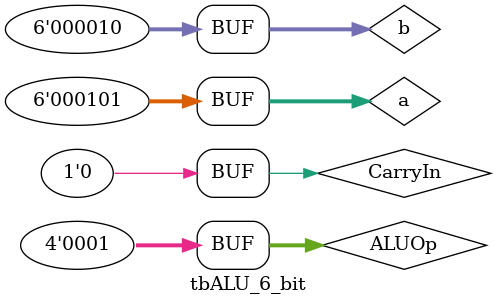
<source format=v>
module tbALU_6_bit
(
);
  reg [5:0]a;
  reg [5:0]b;
  reg [3:0] ALUOp;
  reg CarryIn;
  wire CarryOut;
  wire [5:0]Result;
  topALU_6_bit alu6
  (
    .a(a),
    .b(b),
    .ALUOp(ALUOp),
    .CarryIn(CarryIn),
    .CarryOut(CarryOut),
    .Result(Result)
  );
  initial
    begin
      a = 6'b000101;
      b = 6'b000010;
      ALUOp = 4'h6;
      CarryIn = 1;
      #300 ALUOp = 4'h2;
      CarryIn = 0;
      #300 ALUOp = 4'h1;
    end
endmodule

</source>
